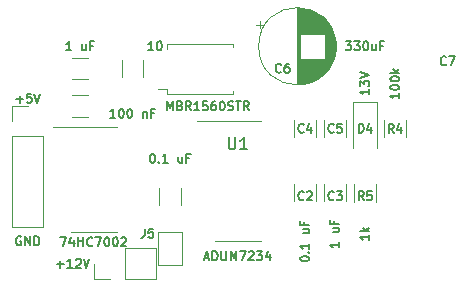
<source format=gbr>
%TF.GenerationSoftware,KiCad,Pcbnew,(5.1.9)-1*%
%TF.CreationDate,2021-11-14T21:39:45-06:00*%
%TF.ProjectId,BLDC_Cont,424c4443-5f43-46f6-9e74-2e6b69636164,rev?*%
%TF.SameCoordinates,Original*%
%TF.FileFunction,Legend,Top*%
%TF.FilePolarity,Positive*%
%FSLAX46Y46*%
G04 Gerber Fmt 4.6, Leading zero omitted, Abs format (unit mm)*
G04 Created by KiCad (PCBNEW (5.1.9)-1) date 2021-11-14 21:39:45*
%MOMM*%
%LPD*%
G01*
G04 APERTURE LIST*
%ADD10C,0.150000*%
%ADD11C,0.120000*%
G04 APERTURE END LIST*
D10*
X151828571Y-122180000D02*
X151757142Y-122144285D01*
X151650000Y-122144285D01*
X151542857Y-122180000D01*
X151471428Y-122251428D01*
X151435714Y-122322857D01*
X151400000Y-122465714D01*
X151400000Y-122572857D01*
X151435714Y-122715714D01*
X151471428Y-122787142D01*
X151542857Y-122858571D01*
X151650000Y-122894285D01*
X151721428Y-122894285D01*
X151828571Y-122858571D01*
X151864285Y-122822857D01*
X151864285Y-122572857D01*
X151721428Y-122572857D01*
X152185714Y-122894285D02*
X152185714Y-122144285D01*
X152614285Y-122894285D01*
X152614285Y-122144285D01*
X152971428Y-122894285D02*
X152971428Y-122144285D01*
X153150000Y-122144285D01*
X153257142Y-122180000D01*
X153328571Y-122251428D01*
X153364285Y-122322857D01*
X153400000Y-122465714D01*
X153400000Y-122572857D01*
X153364285Y-122715714D01*
X153328571Y-122787142D01*
X153257142Y-122858571D01*
X153150000Y-122894285D01*
X152971428Y-122894285D01*
X151435714Y-110543571D02*
X152007142Y-110543571D01*
X151721428Y-110829285D02*
X151721428Y-110257857D01*
X152721428Y-110079285D02*
X152364285Y-110079285D01*
X152328571Y-110436428D01*
X152364285Y-110400714D01*
X152435714Y-110365000D01*
X152614285Y-110365000D01*
X152685714Y-110400714D01*
X152721428Y-110436428D01*
X152757142Y-110507857D01*
X152757142Y-110686428D01*
X152721428Y-110757857D01*
X152685714Y-110793571D01*
X152614285Y-110829285D01*
X152435714Y-110829285D01*
X152364285Y-110793571D01*
X152328571Y-110757857D01*
X152971428Y-110079285D02*
X153221428Y-110829285D01*
X153471428Y-110079285D01*
X154888571Y-124513571D02*
X155460000Y-124513571D01*
X155174285Y-124799285D02*
X155174285Y-124227857D01*
X156210000Y-124799285D02*
X155781428Y-124799285D01*
X155995714Y-124799285D02*
X155995714Y-124049285D01*
X155924285Y-124156428D01*
X155852857Y-124227857D01*
X155781428Y-124263571D01*
X156495714Y-124120714D02*
X156531428Y-124085000D01*
X156602857Y-124049285D01*
X156781428Y-124049285D01*
X156852857Y-124085000D01*
X156888571Y-124120714D01*
X156924285Y-124192142D01*
X156924285Y-124263571D01*
X156888571Y-124370714D01*
X156460000Y-124799285D01*
X156924285Y-124799285D01*
X157138571Y-124049285D02*
X157388571Y-124799285D01*
X157638571Y-124049285D01*
D11*
%TO.C,D3*%
X169815000Y-109800000D02*
X169815000Y-110060000D01*
X169815000Y-105840000D02*
X169815000Y-106100000D01*
X164195000Y-109650000D02*
X163405000Y-109650000D01*
X169815000Y-105840000D02*
X164195000Y-105840000D01*
X164195000Y-110060000D02*
X169815000Y-110060000D01*
X164195000Y-109650000D02*
X164195000Y-110060000D01*
X164195000Y-105840000D02*
X164195000Y-106250000D01*
%TO.C,C1*%
X163555000Y-118033748D02*
X163555000Y-119456252D01*
X165375000Y-118033748D02*
X165375000Y-119456252D01*
%TO.C,C2*%
X176805000Y-117691248D02*
X176805000Y-119113752D01*
X174985000Y-117691248D02*
X174985000Y-119113752D01*
%TO.C,C3*%
X177525000Y-117691248D02*
X177525000Y-119113752D01*
X179345000Y-117691248D02*
X179345000Y-119113752D01*
%TO.C,C4*%
X176805000Y-112318748D02*
X176805000Y-113741252D01*
X174985000Y-112318748D02*
X174985000Y-113741252D01*
%TO.C,C5*%
X177525000Y-112318748D02*
X177525000Y-113741252D01*
X179345000Y-112318748D02*
X179345000Y-113741252D01*
%TO.C,C6*%
X172054759Y-103891000D02*
X172054759Y-104521000D01*
X171739759Y-104206000D02*
X172369759Y-104206000D01*
X178481000Y-105643000D02*
X178481000Y-106447000D01*
X178441000Y-105412000D02*
X178441000Y-106678000D01*
X178401000Y-105243000D02*
X178401000Y-106847000D01*
X178361000Y-105105000D02*
X178361000Y-106985000D01*
X178321000Y-104986000D02*
X178321000Y-107104000D01*
X178281000Y-104880000D02*
X178281000Y-107210000D01*
X178241000Y-104783000D02*
X178241000Y-107307000D01*
X178201000Y-104695000D02*
X178201000Y-107395000D01*
X178161000Y-104613000D02*
X178161000Y-107477000D01*
X178121000Y-104536000D02*
X178121000Y-107554000D01*
X178081000Y-104464000D02*
X178081000Y-107626000D01*
X178041000Y-104395000D02*
X178041000Y-107695000D01*
X178001000Y-104331000D02*
X178001000Y-107759000D01*
X177961000Y-104269000D02*
X177961000Y-107821000D01*
X177921000Y-104211000D02*
X177921000Y-107879000D01*
X177881000Y-104155000D02*
X177881000Y-107935000D01*
X177841000Y-104101000D02*
X177841000Y-107989000D01*
X177801000Y-104050000D02*
X177801000Y-108040000D01*
X177761000Y-104001000D02*
X177761000Y-108089000D01*
X177721000Y-103953000D02*
X177721000Y-108137000D01*
X177681000Y-103908000D02*
X177681000Y-108182000D01*
X177641000Y-103863000D02*
X177641000Y-108227000D01*
X177601000Y-103821000D02*
X177601000Y-108269000D01*
X177561000Y-103780000D02*
X177561000Y-108310000D01*
X177521000Y-107085000D02*
X177521000Y-108350000D01*
X177521000Y-103740000D02*
X177521000Y-105005000D01*
X177481000Y-107085000D02*
X177481000Y-108388000D01*
X177481000Y-103702000D02*
X177481000Y-105005000D01*
X177441000Y-107085000D02*
X177441000Y-108425000D01*
X177441000Y-103665000D02*
X177441000Y-105005000D01*
X177401000Y-107085000D02*
X177401000Y-108461000D01*
X177401000Y-103629000D02*
X177401000Y-105005000D01*
X177361000Y-107085000D02*
X177361000Y-108495000D01*
X177361000Y-103595000D02*
X177361000Y-105005000D01*
X177321000Y-107085000D02*
X177321000Y-108529000D01*
X177321000Y-103561000D02*
X177321000Y-105005000D01*
X177281000Y-107085000D02*
X177281000Y-108561000D01*
X177281000Y-103529000D02*
X177281000Y-105005000D01*
X177241000Y-107085000D02*
X177241000Y-108593000D01*
X177241000Y-103497000D02*
X177241000Y-105005000D01*
X177201000Y-107085000D02*
X177201000Y-108623000D01*
X177201000Y-103467000D02*
X177201000Y-105005000D01*
X177161000Y-107085000D02*
X177161000Y-108652000D01*
X177161000Y-103438000D02*
X177161000Y-105005000D01*
X177121000Y-107085000D02*
X177121000Y-108681000D01*
X177121000Y-103409000D02*
X177121000Y-105005000D01*
X177081000Y-107085000D02*
X177081000Y-108709000D01*
X177081000Y-103381000D02*
X177081000Y-105005000D01*
X177041000Y-107085000D02*
X177041000Y-108735000D01*
X177041000Y-103355000D02*
X177041000Y-105005000D01*
X177001000Y-107085000D02*
X177001000Y-108761000D01*
X177001000Y-103329000D02*
X177001000Y-105005000D01*
X176961000Y-107085000D02*
X176961000Y-108787000D01*
X176961000Y-103303000D02*
X176961000Y-105005000D01*
X176921000Y-107085000D02*
X176921000Y-108811000D01*
X176921000Y-103279000D02*
X176921000Y-105005000D01*
X176881000Y-107085000D02*
X176881000Y-108835000D01*
X176881000Y-103255000D02*
X176881000Y-105005000D01*
X176841000Y-107085000D02*
X176841000Y-108857000D01*
X176841000Y-103233000D02*
X176841000Y-105005000D01*
X176801000Y-107085000D02*
X176801000Y-108879000D01*
X176801000Y-103211000D02*
X176801000Y-105005000D01*
X176761000Y-107085000D02*
X176761000Y-108901000D01*
X176761000Y-103189000D02*
X176761000Y-105005000D01*
X176721000Y-107085000D02*
X176721000Y-108921000D01*
X176721000Y-103169000D02*
X176721000Y-105005000D01*
X176681000Y-107085000D02*
X176681000Y-108941000D01*
X176681000Y-103149000D02*
X176681000Y-105005000D01*
X176641000Y-107085000D02*
X176641000Y-108961000D01*
X176641000Y-103129000D02*
X176641000Y-105005000D01*
X176601000Y-107085000D02*
X176601000Y-108979000D01*
X176601000Y-103111000D02*
X176601000Y-105005000D01*
X176561000Y-107085000D02*
X176561000Y-108997000D01*
X176561000Y-103093000D02*
X176561000Y-105005000D01*
X176521000Y-107085000D02*
X176521000Y-109015000D01*
X176521000Y-103075000D02*
X176521000Y-105005000D01*
X176481000Y-107085000D02*
X176481000Y-109031000D01*
X176481000Y-103059000D02*
X176481000Y-105005000D01*
X176441000Y-107085000D02*
X176441000Y-109047000D01*
X176441000Y-103043000D02*
X176441000Y-105005000D01*
X176401000Y-107085000D02*
X176401000Y-109063000D01*
X176401000Y-103027000D02*
X176401000Y-105005000D01*
X176361000Y-107085000D02*
X176361000Y-109078000D01*
X176361000Y-103012000D02*
X176361000Y-105005000D01*
X176321000Y-107085000D02*
X176321000Y-109092000D01*
X176321000Y-102998000D02*
X176321000Y-105005000D01*
X176281000Y-107085000D02*
X176281000Y-109106000D01*
X176281000Y-102984000D02*
X176281000Y-105005000D01*
X176241000Y-107085000D02*
X176241000Y-109119000D01*
X176241000Y-102971000D02*
X176241000Y-105005000D01*
X176201000Y-107085000D02*
X176201000Y-109131000D01*
X176201000Y-102959000D02*
X176201000Y-105005000D01*
X176161000Y-107085000D02*
X176161000Y-109143000D01*
X176161000Y-102947000D02*
X176161000Y-105005000D01*
X176121000Y-107085000D02*
X176121000Y-109155000D01*
X176121000Y-102935000D02*
X176121000Y-105005000D01*
X176081000Y-107085000D02*
X176081000Y-109166000D01*
X176081000Y-102924000D02*
X176081000Y-105005000D01*
X176041000Y-107085000D02*
X176041000Y-109176000D01*
X176041000Y-102914000D02*
X176041000Y-105005000D01*
X176001000Y-107085000D02*
X176001000Y-109186000D01*
X176001000Y-102904000D02*
X176001000Y-105005000D01*
X175961000Y-107085000D02*
X175961000Y-109195000D01*
X175961000Y-102895000D02*
X175961000Y-105005000D01*
X175920000Y-107085000D02*
X175920000Y-109204000D01*
X175920000Y-102886000D02*
X175920000Y-105005000D01*
X175880000Y-107085000D02*
X175880000Y-109212000D01*
X175880000Y-102878000D02*
X175880000Y-105005000D01*
X175840000Y-107085000D02*
X175840000Y-109220000D01*
X175840000Y-102870000D02*
X175840000Y-105005000D01*
X175800000Y-107085000D02*
X175800000Y-109227000D01*
X175800000Y-102863000D02*
X175800000Y-105005000D01*
X175760000Y-107085000D02*
X175760000Y-109234000D01*
X175760000Y-102856000D02*
X175760000Y-105005000D01*
X175720000Y-107085000D02*
X175720000Y-109240000D01*
X175720000Y-102850000D02*
X175720000Y-105005000D01*
X175680000Y-107085000D02*
X175680000Y-109246000D01*
X175680000Y-102844000D02*
X175680000Y-105005000D01*
X175640000Y-107085000D02*
X175640000Y-109251000D01*
X175640000Y-102839000D02*
X175640000Y-105005000D01*
X175600000Y-107085000D02*
X175600000Y-109256000D01*
X175600000Y-102834000D02*
X175600000Y-105005000D01*
X175560000Y-107085000D02*
X175560000Y-109260000D01*
X175560000Y-102830000D02*
X175560000Y-105005000D01*
X175520000Y-107085000D02*
X175520000Y-109263000D01*
X175520000Y-102827000D02*
X175520000Y-105005000D01*
X175480000Y-107085000D02*
X175480000Y-109267000D01*
X175480000Y-102823000D02*
X175480000Y-105005000D01*
X175440000Y-102821000D02*
X175440000Y-109269000D01*
X175400000Y-102818000D02*
X175400000Y-109272000D01*
X175360000Y-102817000D02*
X175360000Y-109273000D01*
X175320000Y-102815000D02*
X175320000Y-109275000D01*
X175280000Y-102815000D02*
X175280000Y-109275000D01*
X175240000Y-102815000D02*
X175240000Y-109275000D01*
X178510000Y-106045000D02*
G75*
G03*
X178510000Y-106045000I-3270000J0D01*
G01*
%TO.C,D4*%
X181975000Y-110780000D02*
X181975000Y-114680000D01*
X179975000Y-110780000D02*
X179975000Y-114680000D01*
X181975000Y-110780000D02*
X179975000Y-110780000D01*
%TO.C,R3*%
X162200000Y-107222936D02*
X162200000Y-108677064D01*
X160380000Y-107222936D02*
X160380000Y-108677064D01*
%TO.C,R4*%
X182605000Y-112302936D02*
X182605000Y-113757064D01*
X184425000Y-112302936D02*
X184425000Y-113757064D01*
%TO.C,R5*%
X180065000Y-117737936D02*
X180065000Y-119192064D01*
X181885000Y-117737936D02*
X181885000Y-119192064D01*
%TO.C,U1*%
X170180000Y-112415000D02*
X166730000Y-112415000D01*
X170180000Y-112415000D02*
X172130000Y-112415000D01*
X170180000Y-122535000D02*
X168230000Y-122535000D01*
X170180000Y-122535000D02*
X172130000Y-122535000D01*
%TO.C,J5*%
X165465000Y-121790000D02*
X165465000Y-124590000D01*
X165465000Y-124590000D02*
X163465000Y-124590000D01*
X163465000Y-124590000D02*
X163465000Y-121790000D01*
X163465000Y-121790000D02*
X165465000Y-121790000D01*
%TO.C,C8*%
X157556252Y-108860000D02*
X156133748Y-108860000D01*
X157556252Y-107040000D02*
X156133748Y-107040000D01*
%TO.C,C9*%
X157556252Y-110215000D02*
X156133748Y-110215000D01*
X157556252Y-112035000D02*
X156133748Y-112035000D01*
%TO.C,U2*%
X157988000Y-112913000D02*
X154538000Y-112913000D01*
X157988000Y-112913000D02*
X159938000Y-112913000D01*
X157988000Y-121783000D02*
X156038000Y-121783000D01*
X157988000Y-121783000D02*
X159938000Y-121783000D01*
%TO.C,J4*%
X151070000Y-111065000D02*
X152400000Y-111065000D01*
X151070000Y-112395000D02*
X151070000Y-111065000D01*
X151070000Y-113665000D02*
X153730000Y-113665000D01*
X153730000Y-113665000D02*
X153730000Y-121345000D01*
X151070000Y-113665000D02*
X151070000Y-121345000D01*
X151070000Y-121345000D02*
X153730000Y-121345000D01*
%TO.C,J6*%
X158055000Y-125790000D02*
X158055000Y-124460000D01*
X159385000Y-125790000D02*
X158055000Y-125790000D01*
X160655000Y-125790000D02*
X160655000Y-123130000D01*
X160655000Y-123130000D02*
X163255000Y-123130000D01*
X160655000Y-125790000D02*
X163255000Y-125790000D01*
X163255000Y-125790000D02*
X163255000Y-123130000D01*
%TO.C,D3*%
D10*
X164193571Y-111464285D02*
X164193571Y-110714285D01*
X164443571Y-111250000D01*
X164693571Y-110714285D01*
X164693571Y-111464285D01*
X165300714Y-111071428D02*
X165407857Y-111107142D01*
X165443571Y-111142857D01*
X165479285Y-111214285D01*
X165479285Y-111321428D01*
X165443571Y-111392857D01*
X165407857Y-111428571D01*
X165336428Y-111464285D01*
X165050714Y-111464285D01*
X165050714Y-110714285D01*
X165300714Y-110714285D01*
X165372142Y-110750000D01*
X165407857Y-110785714D01*
X165443571Y-110857142D01*
X165443571Y-110928571D01*
X165407857Y-111000000D01*
X165372142Y-111035714D01*
X165300714Y-111071428D01*
X165050714Y-111071428D01*
X166229285Y-111464285D02*
X165979285Y-111107142D01*
X165800714Y-111464285D02*
X165800714Y-110714285D01*
X166086428Y-110714285D01*
X166157857Y-110750000D01*
X166193571Y-110785714D01*
X166229285Y-110857142D01*
X166229285Y-110964285D01*
X166193571Y-111035714D01*
X166157857Y-111071428D01*
X166086428Y-111107142D01*
X165800714Y-111107142D01*
X166943571Y-111464285D02*
X166515000Y-111464285D01*
X166729285Y-111464285D02*
X166729285Y-110714285D01*
X166657857Y-110821428D01*
X166586428Y-110892857D01*
X166515000Y-110928571D01*
X167622142Y-110714285D02*
X167265000Y-110714285D01*
X167229285Y-111071428D01*
X167265000Y-111035714D01*
X167336428Y-111000000D01*
X167515000Y-111000000D01*
X167586428Y-111035714D01*
X167622142Y-111071428D01*
X167657857Y-111142857D01*
X167657857Y-111321428D01*
X167622142Y-111392857D01*
X167586428Y-111428571D01*
X167515000Y-111464285D01*
X167336428Y-111464285D01*
X167265000Y-111428571D01*
X167229285Y-111392857D01*
X168300714Y-110714285D02*
X168157857Y-110714285D01*
X168086428Y-110750000D01*
X168050714Y-110785714D01*
X167979285Y-110892857D01*
X167943571Y-111035714D01*
X167943571Y-111321428D01*
X167979285Y-111392857D01*
X168015000Y-111428571D01*
X168086428Y-111464285D01*
X168229285Y-111464285D01*
X168300714Y-111428571D01*
X168336428Y-111392857D01*
X168372142Y-111321428D01*
X168372142Y-111142857D01*
X168336428Y-111071428D01*
X168300714Y-111035714D01*
X168229285Y-111000000D01*
X168086428Y-111000000D01*
X168015000Y-111035714D01*
X167979285Y-111071428D01*
X167943571Y-111142857D01*
X168836428Y-110714285D02*
X168907857Y-110714285D01*
X168979285Y-110750000D01*
X169015000Y-110785714D01*
X169050714Y-110857142D01*
X169086428Y-111000000D01*
X169086428Y-111178571D01*
X169050714Y-111321428D01*
X169015000Y-111392857D01*
X168979285Y-111428571D01*
X168907857Y-111464285D01*
X168836428Y-111464285D01*
X168765000Y-111428571D01*
X168729285Y-111392857D01*
X168693571Y-111321428D01*
X168657857Y-111178571D01*
X168657857Y-111000000D01*
X168693571Y-110857142D01*
X168729285Y-110785714D01*
X168765000Y-110750000D01*
X168836428Y-110714285D01*
X169372142Y-111428571D02*
X169479285Y-111464285D01*
X169657857Y-111464285D01*
X169729285Y-111428571D01*
X169765000Y-111392857D01*
X169800714Y-111321428D01*
X169800714Y-111250000D01*
X169765000Y-111178571D01*
X169729285Y-111142857D01*
X169657857Y-111107142D01*
X169515000Y-111071428D01*
X169443571Y-111035714D01*
X169407857Y-111000000D01*
X169372142Y-110928571D01*
X169372142Y-110857142D01*
X169407857Y-110785714D01*
X169443571Y-110750000D01*
X169515000Y-110714285D01*
X169693571Y-110714285D01*
X169800714Y-110750000D01*
X170015000Y-110714285D02*
X170443571Y-110714285D01*
X170229285Y-111464285D02*
X170229285Y-110714285D01*
X171122142Y-111464285D02*
X170872142Y-111107142D01*
X170693571Y-111464285D02*
X170693571Y-110714285D01*
X170979285Y-110714285D01*
X171050714Y-110750000D01*
X171086428Y-110785714D01*
X171122142Y-110857142D01*
X171122142Y-110964285D01*
X171086428Y-111035714D01*
X171050714Y-111071428D01*
X170979285Y-111107142D01*
X170693571Y-111107142D01*
%TO.C,C7*%
X187835000Y-107582857D02*
X187799285Y-107618571D01*
X187692142Y-107654285D01*
X187620714Y-107654285D01*
X187513571Y-107618571D01*
X187442142Y-107547142D01*
X187406428Y-107475714D01*
X187370714Y-107332857D01*
X187370714Y-107225714D01*
X187406428Y-107082857D01*
X187442142Y-107011428D01*
X187513571Y-106940000D01*
X187620714Y-106904285D01*
X187692142Y-106904285D01*
X187799285Y-106940000D01*
X187835000Y-106975714D01*
X188085000Y-106904285D02*
X188585000Y-106904285D01*
X188263571Y-107654285D01*
%TO.C,C1*%
X162947142Y-115159285D02*
X163018571Y-115159285D01*
X163090000Y-115195000D01*
X163125714Y-115230714D01*
X163161428Y-115302142D01*
X163197142Y-115445000D01*
X163197142Y-115623571D01*
X163161428Y-115766428D01*
X163125714Y-115837857D01*
X163090000Y-115873571D01*
X163018571Y-115909285D01*
X162947142Y-115909285D01*
X162875714Y-115873571D01*
X162840000Y-115837857D01*
X162804285Y-115766428D01*
X162768571Y-115623571D01*
X162768571Y-115445000D01*
X162804285Y-115302142D01*
X162840000Y-115230714D01*
X162875714Y-115195000D01*
X162947142Y-115159285D01*
X163518571Y-115837857D02*
X163554285Y-115873571D01*
X163518571Y-115909285D01*
X163482857Y-115873571D01*
X163518571Y-115837857D01*
X163518571Y-115909285D01*
X164268571Y-115909285D02*
X163840000Y-115909285D01*
X164054285Y-115909285D02*
X164054285Y-115159285D01*
X163982857Y-115266428D01*
X163911428Y-115337857D01*
X163840000Y-115373571D01*
X165482857Y-115409285D02*
X165482857Y-115909285D01*
X165161428Y-115409285D02*
X165161428Y-115802142D01*
X165197142Y-115873571D01*
X165268571Y-115909285D01*
X165375714Y-115909285D01*
X165447142Y-115873571D01*
X165482857Y-115837857D01*
X166090000Y-115516428D02*
X165840000Y-115516428D01*
X165840000Y-115909285D02*
X165840000Y-115159285D01*
X166197142Y-115159285D01*
%TO.C,C2*%
X175770000Y-119012857D02*
X175734285Y-119048571D01*
X175627142Y-119084285D01*
X175555714Y-119084285D01*
X175448571Y-119048571D01*
X175377142Y-118977142D01*
X175341428Y-118905714D01*
X175305714Y-118762857D01*
X175305714Y-118655714D01*
X175341428Y-118512857D01*
X175377142Y-118441428D01*
X175448571Y-118370000D01*
X175555714Y-118334285D01*
X175627142Y-118334285D01*
X175734285Y-118370000D01*
X175770000Y-118405714D01*
X176055714Y-118405714D02*
X176091428Y-118370000D01*
X176162857Y-118334285D01*
X176341428Y-118334285D01*
X176412857Y-118370000D01*
X176448571Y-118405714D01*
X176484285Y-118477142D01*
X176484285Y-118548571D01*
X176448571Y-118655714D01*
X176020000Y-119084285D01*
X176484285Y-119084285D01*
X175484285Y-124072857D02*
X175484285Y-124001428D01*
X175520000Y-123930000D01*
X175555714Y-123894285D01*
X175627142Y-123858571D01*
X175770000Y-123822857D01*
X175948571Y-123822857D01*
X176091428Y-123858571D01*
X176162857Y-123894285D01*
X176198571Y-123930000D01*
X176234285Y-124001428D01*
X176234285Y-124072857D01*
X176198571Y-124144285D01*
X176162857Y-124180000D01*
X176091428Y-124215714D01*
X175948571Y-124251428D01*
X175770000Y-124251428D01*
X175627142Y-124215714D01*
X175555714Y-124180000D01*
X175520000Y-124144285D01*
X175484285Y-124072857D01*
X176162857Y-123501428D02*
X176198571Y-123465714D01*
X176234285Y-123501428D01*
X176198571Y-123537142D01*
X176162857Y-123501428D01*
X176234285Y-123501428D01*
X176234285Y-122751428D02*
X176234285Y-123180000D01*
X176234285Y-122965714D02*
X175484285Y-122965714D01*
X175591428Y-123037142D01*
X175662857Y-123108571D01*
X175698571Y-123180000D01*
X175734285Y-121537142D02*
X176234285Y-121537142D01*
X175734285Y-121858571D02*
X176127142Y-121858571D01*
X176198571Y-121822857D01*
X176234285Y-121751428D01*
X176234285Y-121644285D01*
X176198571Y-121572857D01*
X176162857Y-121537142D01*
X175841428Y-120930000D02*
X175841428Y-121180000D01*
X176234285Y-121180000D02*
X175484285Y-121180000D01*
X175484285Y-120822857D01*
%TO.C,C3*%
X178310000Y-119012857D02*
X178274285Y-119048571D01*
X178167142Y-119084285D01*
X178095714Y-119084285D01*
X177988571Y-119048571D01*
X177917142Y-118977142D01*
X177881428Y-118905714D01*
X177845714Y-118762857D01*
X177845714Y-118655714D01*
X177881428Y-118512857D01*
X177917142Y-118441428D01*
X177988571Y-118370000D01*
X178095714Y-118334285D01*
X178167142Y-118334285D01*
X178274285Y-118370000D01*
X178310000Y-118405714D01*
X178560000Y-118334285D02*
X179024285Y-118334285D01*
X178774285Y-118620000D01*
X178881428Y-118620000D01*
X178952857Y-118655714D01*
X178988571Y-118691428D01*
X179024285Y-118762857D01*
X179024285Y-118941428D01*
X178988571Y-119012857D01*
X178952857Y-119048571D01*
X178881428Y-119084285D01*
X178667142Y-119084285D01*
X178595714Y-119048571D01*
X178560000Y-119012857D01*
X178774285Y-122652142D02*
X178774285Y-123080714D01*
X178774285Y-122866428D02*
X178024285Y-122866428D01*
X178131428Y-122937857D01*
X178202857Y-123009285D01*
X178238571Y-123080714D01*
X178274285Y-121437857D02*
X178774285Y-121437857D01*
X178274285Y-121759285D02*
X178667142Y-121759285D01*
X178738571Y-121723571D01*
X178774285Y-121652142D01*
X178774285Y-121545000D01*
X178738571Y-121473571D01*
X178702857Y-121437857D01*
X178381428Y-120830714D02*
X178381428Y-121080714D01*
X178774285Y-121080714D02*
X178024285Y-121080714D01*
X178024285Y-120723571D01*
%TO.C,C4*%
X175770000Y-113297857D02*
X175734285Y-113333571D01*
X175627142Y-113369285D01*
X175555714Y-113369285D01*
X175448571Y-113333571D01*
X175377142Y-113262142D01*
X175341428Y-113190714D01*
X175305714Y-113047857D01*
X175305714Y-112940714D01*
X175341428Y-112797857D01*
X175377142Y-112726428D01*
X175448571Y-112655000D01*
X175555714Y-112619285D01*
X175627142Y-112619285D01*
X175734285Y-112655000D01*
X175770000Y-112690714D01*
X176412857Y-112869285D02*
X176412857Y-113369285D01*
X176234285Y-112583571D02*
X176055714Y-113119285D01*
X176520000Y-113119285D01*
%TO.C,C5*%
X178310000Y-113297857D02*
X178274285Y-113333571D01*
X178167142Y-113369285D01*
X178095714Y-113369285D01*
X177988571Y-113333571D01*
X177917142Y-113262142D01*
X177881428Y-113190714D01*
X177845714Y-113047857D01*
X177845714Y-112940714D01*
X177881428Y-112797857D01*
X177917142Y-112726428D01*
X177988571Y-112655000D01*
X178095714Y-112619285D01*
X178167142Y-112619285D01*
X178274285Y-112655000D01*
X178310000Y-112690714D01*
X178988571Y-112619285D02*
X178631428Y-112619285D01*
X178595714Y-112976428D01*
X178631428Y-112940714D01*
X178702857Y-112905000D01*
X178881428Y-112905000D01*
X178952857Y-112940714D01*
X178988571Y-112976428D01*
X179024285Y-113047857D01*
X179024285Y-113226428D01*
X178988571Y-113297857D01*
X178952857Y-113333571D01*
X178881428Y-113369285D01*
X178702857Y-113369285D01*
X178631428Y-113333571D01*
X178595714Y-113297857D01*
%TO.C,C6*%
X173865000Y-108217857D02*
X173829285Y-108253571D01*
X173722142Y-108289285D01*
X173650714Y-108289285D01*
X173543571Y-108253571D01*
X173472142Y-108182142D01*
X173436428Y-108110714D01*
X173400714Y-107967857D01*
X173400714Y-107860714D01*
X173436428Y-107717857D01*
X173472142Y-107646428D01*
X173543571Y-107575000D01*
X173650714Y-107539285D01*
X173722142Y-107539285D01*
X173829285Y-107575000D01*
X173865000Y-107610714D01*
X174507857Y-107539285D02*
X174365000Y-107539285D01*
X174293571Y-107575000D01*
X174257857Y-107610714D01*
X174186428Y-107717857D01*
X174150714Y-107860714D01*
X174150714Y-108146428D01*
X174186428Y-108217857D01*
X174222142Y-108253571D01*
X174293571Y-108289285D01*
X174436428Y-108289285D01*
X174507857Y-108253571D01*
X174543571Y-108217857D01*
X174579285Y-108146428D01*
X174579285Y-107967857D01*
X174543571Y-107896428D01*
X174507857Y-107860714D01*
X174436428Y-107825000D01*
X174293571Y-107825000D01*
X174222142Y-107860714D01*
X174186428Y-107896428D01*
X174150714Y-107967857D01*
X179350000Y-105634285D02*
X179814285Y-105634285D01*
X179564285Y-105920000D01*
X179671428Y-105920000D01*
X179742857Y-105955714D01*
X179778571Y-105991428D01*
X179814285Y-106062857D01*
X179814285Y-106241428D01*
X179778571Y-106312857D01*
X179742857Y-106348571D01*
X179671428Y-106384285D01*
X179457142Y-106384285D01*
X179385714Y-106348571D01*
X179350000Y-106312857D01*
X180064285Y-105634285D02*
X180528571Y-105634285D01*
X180278571Y-105920000D01*
X180385714Y-105920000D01*
X180457142Y-105955714D01*
X180492857Y-105991428D01*
X180528571Y-106062857D01*
X180528571Y-106241428D01*
X180492857Y-106312857D01*
X180457142Y-106348571D01*
X180385714Y-106384285D01*
X180171428Y-106384285D01*
X180100000Y-106348571D01*
X180064285Y-106312857D01*
X180992857Y-105634285D02*
X181064285Y-105634285D01*
X181135714Y-105670000D01*
X181171428Y-105705714D01*
X181207142Y-105777142D01*
X181242857Y-105920000D01*
X181242857Y-106098571D01*
X181207142Y-106241428D01*
X181171428Y-106312857D01*
X181135714Y-106348571D01*
X181064285Y-106384285D01*
X180992857Y-106384285D01*
X180921428Y-106348571D01*
X180885714Y-106312857D01*
X180850000Y-106241428D01*
X180814285Y-106098571D01*
X180814285Y-105920000D01*
X180850000Y-105777142D01*
X180885714Y-105705714D01*
X180921428Y-105670000D01*
X180992857Y-105634285D01*
X181885714Y-105884285D02*
X181885714Y-106384285D01*
X181564285Y-105884285D02*
X181564285Y-106277142D01*
X181600000Y-106348571D01*
X181671428Y-106384285D01*
X181778571Y-106384285D01*
X181850000Y-106348571D01*
X181885714Y-106312857D01*
X182492857Y-105991428D02*
X182242857Y-105991428D01*
X182242857Y-106384285D02*
X182242857Y-105634285D01*
X182600000Y-105634285D01*
%TO.C,D4*%
X180421428Y-113369285D02*
X180421428Y-112619285D01*
X180600000Y-112619285D01*
X180707142Y-112655000D01*
X180778571Y-112726428D01*
X180814285Y-112797857D01*
X180850000Y-112940714D01*
X180850000Y-113047857D01*
X180814285Y-113190714D01*
X180778571Y-113262142D01*
X180707142Y-113333571D01*
X180600000Y-113369285D01*
X180421428Y-113369285D01*
X181492857Y-112869285D02*
X181492857Y-113369285D01*
X181314285Y-112583571D02*
X181135714Y-113119285D01*
X181600000Y-113119285D01*
X181314285Y-109684285D02*
X181314285Y-110112857D01*
X181314285Y-109898571D02*
X180564285Y-109898571D01*
X180671428Y-109970000D01*
X180742857Y-110041428D01*
X180778571Y-110112857D01*
X180564285Y-109434285D02*
X180564285Y-108970000D01*
X180850000Y-109220000D01*
X180850000Y-109112857D01*
X180885714Y-109041428D01*
X180921428Y-109005714D01*
X180992857Y-108970000D01*
X181171428Y-108970000D01*
X181242857Y-109005714D01*
X181278571Y-109041428D01*
X181314285Y-109112857D01*
X181314285Y-109327142D01*
X181278571Y-109398571D01*
X181242857Y-109434285D01*
X180564285Y-108755714D02*
X181314285Y-108505714D01*
X180564285Y-108255714D01*
%TO.C,R3*%
X163052142Y-106384285D02*
X162623571Y-106384285D01*
X162837857Y-106384285D02*
X162837857Y-105634285D01*
X162766428Y-105741428D01*
X162695000Y-105812857D01*
X162623571Y-105848571D01*
X163516428Y-105634285D02*
X163587857Y-105634285D01*
X163659285Y-105670000D01*
X163695000Y-105705714D01*
X163730714Y-105777142D01*
X163766428Y-105920000D01*
X163766428Y-106098571D01*
X163730714Y-106241428D01*
X163695000Y-106312857D01*
X163659285Y-106348571D01*
X163587857Y-106384285D01*
X163516428Y-106384285D01*
X163445000Y-106348571D01*
X163409285Y-106312857D01*
X163373571Y-106241428D01*
X163337857Y-106098571D01*
X163337857Y-105920000D01*
X163373571Y-105777142D01*
X163409285Y-105705714D01*
X163445000Y-105670000D01*
X163516428Y-105634285D01*
%TO.C,R4*%
X183390000Y-113369285D02*
X183140000Y-113012142D01*
X182961428Y-113369285D02*
X182961428Y-112619285D01*
X183247142Y-112619285D01*
X183318571Y-112655000D01*
X183354285Y-112690714D01*
X183390000Y-112762142D01*
X183390000Y-112869285D01*
X183354285Y-112940714D01*
X183318571Y-112976428D01*
X183247142Y-113012142D01*
X182961428Y-113012142D01*
X184032857Y-112869285D02*
X184032857Y-113369285D01*
X183854285Y-112583571D02*
X183675714Y-113119285D01*
X184140000Y-113119285D01*
X183854285Y-110023571D02*
X183854285Y-110452142D01*
X183854285Y-110237857D02*
X183104285Y-110237857D01*
X183211428Y-110309285D01*
X183282857Y-110380714D01*
X183318571Y-110452142D01*
X183104285Y-109559285D02*
X183104285Y-109487857D01*
X183140000Y-109416428D01*
X183175714Y-109380714D01*
X183247142Y-109345000D01*
X183390000Y-109309285D01*
X183568571Y-109309285D01*
X183711428Y-109345000D01*
X183782857Y-109380714D01*
X183818571Y-109416428D01*
X183854285Y-109487857D01*
X183854285Y-109559285D01*
X183818571Y-109630714D01*
X183782857Y-109666428D01*
X183711428Y-109702142D01*
X183568571Y-109737857D01*
X183390000Y-109737857D01*
X183247142Y-109702142D01*
X183175714Y-109666428D01*
X183140000Y-109630714D01*
X183104285Y-109559285D01*
X183104285Y-108845000D02*
X183104285Y-108773571D01*
X183140000Y-108702142D01*
X183175714Y-108666428D01*
X183247142Y-108630714D01*
X183390000Y-108595000D01*
X183568571Y-108595000D01*
X183711428Y-108630714D01*
X183782857Y-108666428D01*
X183818571Y-108702142D01*
X183854285Y-108773571D01*
X183854285Y-108845000D01*
X183818571Y-108916428D01*
X183782857Y-108952142D01*
X183711428Y-108987857D01*
X183568571Y-109023571D01*
X183390000Y-109023571D01*
X183247142Y-108987857D01*
X183175714Y-108952142D01*
X183140000Y-108916428D01*
X183104285Y-108845000D01*
X183854285Y-108273571D02*
X183104285Y-108273571D01*
X183568571Y-108202142D02*
X183854285Y-107987857D01*
X183354285Y-107987857D02*
X183640000Y-108273571D01*
%TO.C,R5*%
X180850000Y-119084285D02*
X180600000Y-118727142D01*
X180421428Y-119084285D02*
X180421428Y-118334285D01*
X180707142Y-118334285D01*
X180778571Y-118370000D01*
X180814285Y-118405714D01*
X180850000Y-118477142D01*
X180850000Y-118584285D01*
X180814285Y-118655714D01*
X180778571Y-118691428D01*
X180707142Y-118727142D01*
X180421428Y-118727142D01*
X181528571Y-118334285D02*
X181171428Y-118334285D01*
X181135714Y-118691428D01*
X181171428Y-118655714D01*
X181242857Y-118620000D01*
X181421428Y-118620000D01*
X181492857Y-118655714D01*
X181528571Y-118691428D01*
X181564285Y-118762857D01*
X181564285Y-118941428D01*
X181528571Y-119012857D01*
X181492857Y-119048571D01*
X181421428Y-119084285D01*
X181242857Y-119084285D01*
X181171428Y-119048571D01*
X181135714Y-119012857D01*
X181314285Y-122009285D02*
X181314285Y-122437857D01*
X181314285Y-122223571D02*
X180564285Y-122223571D01*
X180671428Y-122295000D01*
X180742857Y-122366428D01*
X180778571Y-122437857D01*
X181314285Y-121687857D02*
X180564285Y-121687857D01*
X181028571Y-121616428D02*
X181314285Y-121402142D01*
X180814285Y-121402142D02*
X181100000Y-121687857D01*
%TO.C,U1*%
X169418095Y-113752380D02*
X169418095Y-114561904D01*
X169465714Y-114657142D01*
X169513333Y-114704761D01*
X169608571Y-114752380D01*
X169799047Y-114752380D01*
X169894285Y-114704761D01*
X169941904Y-114657142D01*
X169989523Y-114561904D01*
X169989523Y-113752380D01*
X170989523Y-114752380D02*
X170418095Y-114752380D01*
X170703809Y-114752380D02*
X170703809Y-113752380D01*
X170608571Y-113895238D01*
X170513333Y-113990476D01*
X170418095Y-114038095D01*
X167376428Y-123950000D02*
X167733571Y-123950000D01*
X167305000Y-124164285D02*
X167555000Y-123414285D01*
X167805000Y-124164285D01*
X168055000Y-124164285D02*
X168055000Y-123414285D01*
X168233571Y-123414285D01*
X168340714Y-123450000D01*
X168412142Y-123521428D01*
X168447857Y-123592857D01*
X168483571Y-123735714D01*
X168483571Y-123842857D01*
X168447857Y-123985714D01*
X168412142Y-124057142D01*
X168340714Y-124128571D01*
X168233571Y-124164285D01*
X168055000Y-124164285D01*
X168805000Y-123414285D02*
X168805000Y-124021428D01*
X168840714Y-124092857D01*
X168876428Y-124128571D01*
X168947857Y-124164285D01*
X169090714Y-124164285D01*
X169162142Y-124128571D01*
X169197857Y-124092857D01*
X169233571Y-124021428D01*
X169233571Y-123414285D01*
X169590714Y-124164285D02*
X169590714Y-123414285D01*
X169840714Y-123950000D01*
X170090714Y-123414285D01*
X170090714Y-124164285D01*
X170376428Y-123414285D02*
X170876428Y-123414285D01*
X170555000Y-124164285D01*
X171126428Y-123485714D02*
X171162142Y-123450000D01*
X171233571Y-123414285D01*
X171412142Y-123414285D01*
X171483571Y-123450000D01*
X171519285Y-123485714D01*
X171555000Y-123557142D01*
X171555000Y-123628571D01*
X171519285Y-123735714D01*
X171090714Y-124164285D01*
X171555000Y-124164285D01*
X171805000Y-123414285D02*
X172269285Y-123414285D01*
X172019285Y-123700000D01*
X172126428Y-123700000D01*
X172197857Y-123735714D01*
X172233571Y-123771428D01*
X172269285Y-123842857D01*
X172269285Y-124021428D01*
X172233571Y-124092857D01*
X172197857Y-124128571D01*
X172126428Y-124164285D01*
X171912142Y-124164285D01*
X171840714Y-124128571D01*
X171805000Y-124092857D01*
X172912142Y-123664285D02*
X172912142Y-124164285D01*
X172733571Y-123378571D02*
X172555000Y-123914285D01*
X173019285Y-123914285D01*
%TO.C,J5*%
X162310000Y-121509285D02*
X162310000Y-122045000D01*
X162274285Y-122152142D01*
X162202857Y-122223571D01*
X162095714Y-122259285D01*
X162024285Y-122259285D01*
X163024285Y-121509285D02*
X162667142Y-121509285D01*
X162631428Y-121866428D01*
X162667142Y-121830714D01*
X162738571Y-121795000D01*
X162917142Y-121795000D01*
X162988571Y-121830714D01*
X163024285Y-121866428D01*
X163060000Y-121937857D01*
X163060000Y-122116428D01*
X163024285Y-122187857D01*
X162988571Y-122223571D01*
X162917142Y-122259285D01*
X162738571Y-122259285D01*
X162667142Y-122223571D01*
X162631428Y-122187857D01*
%TO.C,C8*%
X156112857Y-106384285D02*
X155684285Y-106384285D01*
X155898571Y-106384285D02*
X155898571Y-105634285D01*
X155827142Y-105741428D01*
X155755714Y-105812857D01*
X155684285Y-105848571D01*
X157327142Y-105884285D02*
X157327142Y-106384285D01*
X157005714Y-105884285D02*
X157005714Y-106277142D01*
X157041428Y-106348571D01*
X157112857Y-106384285D01*
X157220000Y-106384285D01*
X157291428Y-106348571D01*
X157327142Y-106312857D01*
X157934285Y-105991428D02*
X157684285Y-105991428D01*
X157684285Y-106384285D02*
X157684285Y-105634285D01*
X158041428Y-105634285D01*
%TO.C,C9*%
X159843571Y-112099285D02*
X159415000Y-112099285D01*
X159629285Y-112099285D02*
X159629285Y-111349285D01*
X159557857Y-111456428D01*
X159486428Y-111527857D01*
X159415000Y-111563571D01*
X160307857Y-111349285D02*
X160379285Y-111349285D01*
X160450714Y-111385000D01*
X160486428Y-111420714D01*
X160522142Y-111492142D01*
X160557857Y-111635000D01*
X160557857Y-111813571D01*
X160522142Y-111956428D01*
X160486428Y-112027857D01*
X160450714Y-112063571D01*
X160379285Y-112099285D01*
X160307857Y-112099285D01*
X160236428Y-112063571D01*
X160200714Y-112027857D01*
X160165000Y-111956428D01*
X160129285Y-111813571D01*
X160129285Y-111635000D01*
X160165000Y-111492142D01*
X160200714Y-111420714D01*
X160236428Y-111385000D01*
X160307857Y-111349285D01*
X161022142Y-111349285D02*
X161093571Y-111349285D01*
X161165000Y-111385000D01*
X161200714Y-111420714D01*
X161236428Y-111492142D01*
X161272142Y-111635000D01*
X161272142Y-111813571D01*
X161236428Y-111956428D01*
X161200714Y-112027857D01*
X161165000Y-112063571D01*
X161093571Y-112099285D01*
X161022142Y-112099285D01*
X160950714Y-112063571D01*
X160915000Y-112027857D01*
X160879285Y-111956428D01*
X160843571Y-111813571D01*
X160843571Y-111635000D01*
X160879285Y-111492142D01*
X160915000Y-111420714D01*
X160950714Y-111385000D01*
X161022142Y-111349285D01*
X162165000Y-111599285D02*
X162165000Y-112099285D01*
X162165000Y-111670714D02*
X162200714Y-111635000D01*
X162272142Y-111599285D01*
X162379285Y-111599285D01*
X162450714Y-111635000D01*
X162486428Y-111706428D01*
X162486428Y-112099285D01*
X163093571Y-111706428D02*
X162843571Y-111706428D01*
X162843571Y-112099285D02*
X162843571Y-111349285D01*
X163200714Y-111349285D01*
%TO.C,U2*%
X155184428Y-122217285D02*
X155684428Y-122217285D01*
X155363000Y-122967285D01*
X156291571Y-122467285D02*
X156291571Y-122967285D01*
X156113000Y-122181571D02*
X155934428Y-122717285D01*
X156398714Y-122717285D01*
X156684428Y-122967285D02*
X156684428Y-122217285D01*
X156684428Y-122574428D02*
X157113000Y-122574428D01*
X157113000Y-122967285D02*
X157113000Y-122217285D01*
X157898714Y-122895857D02*
X157863000Y-122931571D01*
X157755857Y-122967285D01*
X157684428Y-122967285D01*
X157577285Y-122931571D01*
X157505857Y-122860142D01*
X157470142Y-122788714D01*
X157434428Y-122645857D01*
X157434428Y-122538714D01*
X157470142Y-122395857D01*
X157505857Y-122324428D01*
X157577285Y-122253000D01*
X157684428Y-122217285D01*
X157755857Y-122217285D01*
X157863000Y-122253000D01*
X157898714Y-122288714D01*
X158148714Y-122217285D02*
X158648714Y-122217285D01*
X158327285Y-122967285D01*
X159077285Y-122217285D02*
X159148714Y-122217285D01*
X159220142Y-122253000D01*
X159255857Y-122288714D01*
X159291571Y-122360142D01*
X159327285Y-122503000D01*
X159327285Y-122681571D01*
X159291571Y-122824428D01*
X159255857Y-122895857D01*
X159220142Y-122931571D01*
X159148714Y-122967285D01*
X159077285Y-122967285D01*
X159005857Y-122931571D01*
X158970142Y-122895857D01*
X158934428Y-122824428D01*
X158898714Y-122681571D01*
X158898714Y-122503000D01*
X158934428Y-122360142D01*
X158970142Y-122288714D01*
X159005857Y-122253000D01*
X159077285Y-122217285D01*
X159791571Y-122217285D02*
X159863000Y-122217285D01*
X159934428Y-122253000D01*
X159970142Y-122288714D01*
X160005857Y-122360142D01*
X160041571Y-122503000D01*
X160041571Y-122681571D01*
X160005857Y-122824428D01*
X159970142Y-122895857D01*
X159934428Y-122931571D01*
X159863000Y-122967285D01*
X159791571Y-122967285D01*
X159720142Y-122931571D01*
X159684428Y-122895857D01*
X159648714Y-122824428D01*
X159613000Y-122681571D01*
X159613000Y-122503000D01*
X159648714Y-122360142D01*
X159684428Y-122288714D01*
X159720142Y-122253000D01*
X159791571Y-122217285D01*
X160327285Y-122288714D02*
X160363000Y-122253000D01*
X160434428Y-122217285D01*
X160613000Y-122217285D01*
X160684428Y-122253000D01*
X160720142Y-122288714D01*
X160755857Y-122360142D01*
X160755857Y-122431571D01*
X160720142Y-122538714D01*
X160291571Y-122967285D01*
X160755857Y-122967285D01*
%TD*%
M02*

</source>
